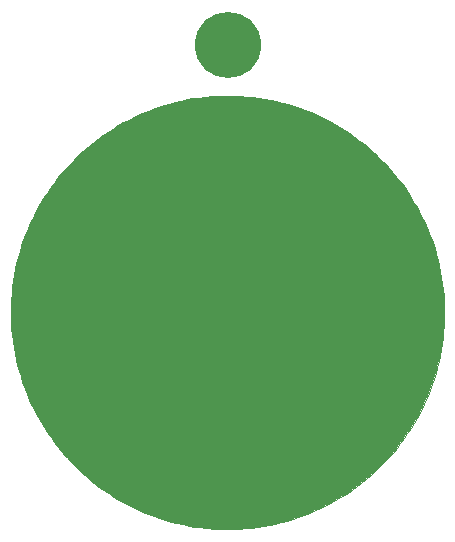
<source format=gtl>
G04 #@! TF.GenerationSoftware,KiCad,Pcbnew,(5.0.1)-3*
G04 #@! TF.CreationDate,2019-02-13T15:59:19-08:00*
G04 #@! TF.ProjectId,ruddock_crest,727564646F636B5F63726573742E6B69,A*
G04 #@! TF.SameCoordinates,Original*
G04 #@! TF.FileFunction,Copper,L1,Top,Signal*
G04 #@! TF.FilePolarity,Positive*
%FSLAX46Y46*%
G04 Gerber Fmt 4.6, Leading zero omitted, Abs format (unit mm)*
G04 Created by KiCad (PCBNEW (5.0.1)-3) date 2/13/2019 3:59:19 PM*
%MOMM*%
%LPD*%
G01*
G04 APERTURE LIST*
G04 #@! TA.AperFunction,EtchedComponent*
%ADD10C,0.010000*%
G04 #@! TD*
G04 #@! TA.AperFunction,ComponentPad*
%ADD11C,5.600000*%
G04 #@! TD*
G04 APERTURE END LIST*
D10*
G04 #@! TO.C,G\002A\002A\002A*
G36*
X141257869Y-89608653D02*
X141598456Y-89616693D01*
X141931238Y-89630748D01*
X142037536Y-89636642D01*
X142556336Y-89674495D01*
X143072502Y-89726771D01*
X143585773Y-89793364D01*
X144095887Y-89874163D01*
X144602583Y-89969061D01*
X145105602Y-90077951D01*
X145604680Y-90200722D01*
X146099559Y-90337268D01*
X146589975Y-90487480D01*
X147075670Y-90651250D01*
X147556380Y-90828469D01*
X148031847Y-91019029D01*
X148501807Y-91222822D01*
X148966001Y-91439740D01*
X149424168Y-91669674D01*
X149876046Y-91912516D01*
X150321375Y-92168159D01*
X150759892Y-92436492D01*
X151191339Y-92717409D01*
X151615453Y-93010801D01*
X152031973Y-93316560D01*
X152440638Y-93634577D01*
X152841188Y-93964745D01*
X153178452Y-94257862D01*
X153353032Y-94415937D01*
X153533152Y-94583992D01*
X153716398Y-94759615D01*
X153900358Y-94940394D01*
X154082620Y-95123915D01*
X154260771Y-95307767D01*
X154432399Y-95489536D01*
X154595090Y-95666810D01*
X154662138Y-95741547D01*
X155003691Y-96136097D01*
X155333246Y-96539130D01*
X155650696Y-96950467D01*
X155955936Y-97369932D01*
X156248857Y-97797348D01*
X156529353Y-98232536D01*
X156797317Y-98675321D01*
X157052642Y-99125525D01*
X157295222Y-99582969D01*
X157524949Y-100047478D01*
X157741718Y-100518874D01*
X157945420Y-100996980D01*
X158135949Y-101481618D01*
X158159629Y-101544782D01*
X158334087Y-102033742D01*
X158494449Y-102526891D01*
X158640670Y-103024005D01*
X158772701Y-103524861D01*
X158890497Y-104029235D01*
X158994008Y-104536903D01*
X159083190Y-105047640D01*
X159157993Y-105561223D01*
X159218372Y-106077429D01*
X159264279Y-106596032D01*
X159283357Y-106882463D01*
X159299376Y-107211776D01*
X159309381Y-107550281D01*
X159313371Y-107893728D01*
X159311346Y-108237869D01*
X159303306Y-108578456D01*
X159289251Y-108911238D01*
X159283357Y-109017536D01*
X159245504Y-109536336D01*
X159193228Y-110052502D01*
X159126636Y-110565773D01*
X159045836Y-111075887D01*
X158950938Y-111582583D01*
X158842049Y-112085602D01*
X158719277Y-112584680D01*
X158582731Y-113079559D01*
X158432519Y-113569975D01*
X158268749Y-114055670D01*
X158091530Y-114536380D01*
X157900970Y-115011847D01*
X157697177Y-115481807D01*
X157480259Y-115946001D01*
X157250325Y-116404168D01*
X157007483Y-116856046D01*
X156751841Y-117301375D01*
X156483507Y-117739892D01*
X156202590Y-118171339D01*
X155909198Y-118595453D01*
X155603439Y-119011973D01*
X155285422Y-119420638D01*
X154955254Y-119821188D01*
X154662138Y-120158452D01*
X154504062Y-120333032D01*
X154336007Y-120513152D01*
X154160384Y-120696398D01*
X153979605Y-120880358D01*
X153796084Y-121062620D01*
X153612232Y-121240771D01*
X153430463Y-121412399D01*
X153253189Y-121575090D01*
X153178452Y-121642138D01*
X152784467Y-121983183D01*
X152381954Y-122312284D01*
X151971147Y-122629318D01*
X151552275Y-122934160D01*
X151125572Y-123226688D01*
X150691268Y-123506780D01*
X150249596Y-123774312D01*
X149800786Y-124029161D01*
X149345070Y-124271204D01*
X148882680Y-124500318D01*
X148413848Y-124716380D01*
X147938805Y-124919268D01*
X147457783Y-125108858D01*
X146971014Y-125285027D01*
X146478728Y-125447652D01*
X145981159Y-125596610D01*
X145478536Y-125731779D01*
X145475739Y-125732489D01*
X144975732Y-125851871D01*
X144472761Y-125957024D01*
X143966576Y-126047984D01*
X143456931Y-126124786D01*
X142943579Y-126187465D01*
X142426271Y-126236059D01*
X141904759Y-126270601D01*
X141658034Y-126281996D01*
X141610369Y-126283612D01*
X141550731Y-126285179D01*
X141481147Y-126286678D01*
X141403639Y-126288086D01*
X141320234Y-126289384D01*
X141232955Y-126290551D01*
X141143826Y-126291565D01*
X141054873Y-126292407D01*
X140968120Y-126293055D01*
X140885591Y-126293489D01*
X140809312Y-126293687D01*
X140741305Y-126293630D01*
X140683597Y-126293296D01*
X140638211Y-126292665D01*
X140631333Y-126292515D01*
X140200582Y-126278007D01*
X139777286Y-126255017D01*
X139362788Y-126223641D01*
X138958426Y-126183973D01*
X138724492Y-126156637D01*
X138208529Y-126085255D01*
X137696091Y-125999632D01*
X137187427Y-125899882D01*
X136682787Y-125786119D01*
X136182421Y-125658454D01*
X135686579Y-125517001D01*
X135195509Y-125361874D01*
X134709461Y-125193185D01*
X134228685Y-125011048D01*
X133753431Y-124815575D01*
X133283948Y-124606880D01*
X132820485Y-124385076D01*
X132363293Y-124150275D01*
X131912620Y-123902591D01*
X131468716Y-123642137D01*
X131031831Y-123369026D01*
X130602215Y-123083371D01*
X130180116Y-122785285D01*
X129765785Y-122474881D01*
X129359470Y-122152273D01*
X128961423Y-121817573D01*
X128761547Y-121642138D01*
X128586967Y-121484062D01*
X128406848Y-121316007D01*
X128223601Y-121140384D01*
X128039641Y-120959605D01*
X127857379Y-120776084D01*
X127679228Y-120592232D01*
X127507600Y-120410463D01*
X127344909Y-120233189D01*
X127277862Y-120158452D01*
X126936309Y-119763902D01*
X126606753Y-119360869D01*
X126289303Y-118949532D01*
X125984063Y-118530067D01*
X125691142Y-118102652D01*
X125410646Y-117667463D01*
X125142682Y-117224678D01*
X124887357Y-116774475D01*
X124644777Y-116317030D01*
X124415050Y-115852521D01*
X124198282Y-115381125D01*
X123994579Y-114903019D01*
X123804050Y-114418381D01*
X123780370Y-114355217D01*
X123605912Y-113866257D01*
X123445550Y-113373108D01*
X123299329Y-112875994D01*
X123167298Y-112375138D01*
X123049503Y-111870764D01*
X122945991Y-111363097D01*
X122856810Y-110852359D01*
X122782006Y-110338776D01*
X122721627Y-109822571D01*
X122675720Y-109303967D01*
X122656642Y-109017536D01*
X122640623Y-108688223D01*
X122630618Y-108349718D01*
X122626628Y-108006271D01*
X122628653Y-107662130D01*
X122636693Y-107321544D01*
X122650748Y-106988761D01*
X122656642Y-106882463D01*
X122694495Y-106363663D01*
X122746771Y-105847497D01*
X122813364Y-105334227D01*
X122894163Y-104824112D01*
X122989061Y-104317416D01*
X123097951Y-103814398D01*
X123220722Y-103315319D01*
X123357268Y-102820441D01*
X123507480Y-102330024D01*
X123671250Y-101844330D01*
X123848469Y-101363619D01*
X124039029Y-100888153D01*
X124242822Y-100418192D01*
X124459740Y-99953998D01*
X124689674Y-99495831D01*
X124932516Y-99043953D01*
X125188159Y-98598625D01*
X125456492Y-98160107D01*
X125737409Y-97728660D01*
X126030801Y-97304547D01*
X126336560Y-96888027D01*
X126654577Y-96479361D01*
X126984745Y-96078811D01*
X127277862Y-95741547D01*
X127435937Y-95566967D01*
X127603992Y-95386848D01*
X127779615Y-95203601D01*
X127960394Y-95019641D01*
X128143915Y-94837379D01*
X128327767Y-94659228D01*
X128509536Y-94487600D01*
X128686810Y-94324909D01*
X128761547Y-94257862D01*
X129156097Y-93916309D01*
X129559130Y-93586753D01*
X129970467Y-93269303D01*
X130389932Y-92964063D01*
X130817348Y-92671142D01*
X131252536Y-92390646D01*
X131695321Y-92122682D01*
X132145525Y-91867357D01*
X132602969Y-91624777D01*
X133067478Y-91395050D01*
X133538874Y-91178282D01*
X134016980Y-90974579D01*
X134501618Y-90784050D01*
X134564782Y-90760370D01*
X135053742Y-90585912D01*
X135546891Y-90425550D01*
X136044005Y-90279329D01*
X136544861Y-90147298D01*
X137049235Y-90029503D01*
X137556903Y-89925991D01*
X138067640Y-89836810D01*
X138581223Y-89762006D01*
X139097429Y-89701627D01*
X139616032Y-89655720D01*
X139902463Y-89636642D01*
X140231776Y-89620623D01*
X140570281Y-89610618D01*
X140913728Y-89606628D01*
X141257869Y-89608653D01*
X141257869Y-89608653D01*
G37*
X141257869Y-89608653D02*
X141598456Y-89616693D01*
X141931238Y-89630748D01*
X142037536Y-89636642D01*
X142556336Y-89674495D01*
X143072502Y-89726771D01*
X143585773Y-89793364D01*
X144095887Y-89874163D01*
X144602583Y-89969061D01*
X145105602Y-90077951D01*
X145604680Y-90200722D01*
X146099559Y-90337268D01*
X146589975Y-90487480D01*
X147075670Y-90651250D01*
X147556380Y-90828469D01*
X148031847Y-91019029D01*
X148501807Y-91222822D01*
X148966001Y-91439740D01*
X149424168Y-91669674D01*
X149876046Y-91912516D01*
X150321375Y-92168159D01*
X150759892Y-92436492D01*
X151191339Y-92717409D01*
X151615453Y-93010801D01*
X152031973Y-93316560D01*
X152440638Y-93634577D01*
X152841188Y-93964745D01*
X153178452Y-94257862D01*
X153353032Y-94415937D01*
X153533152Y-94583992D01*
X153716398Y-94759615D01*
X153900358Y-94940394D01*
X154082620Y-95123915D01*
X154260771Y-95307767D01*
X154432399Y-95489536D01*
X154595090Y-95666810D01*
X154662138Y-95741547D01*
X155003691Y-96136097D01*
X155333246Y-96539130D01*
X155650696Y-96950467D01*
X155955936Y-97369932D01*
X156248857Y-97797348D01*
X156529353Y-98232536D01*
X156797317Y-98675321D01*
X157052642Y-99125525D01*
X157295222Y-99582969D01*
X157524949Y-100047478D01*
X157741718Y-100518874D01*
X157945420Y-100996980D01*
X158135949Y-101481618D01*
X158159629Y-101544782D01*
X158334087Y-102033742D01*
X158494449Y-102526891D01*
X158640670Y-103024005D01*
X158772701Y-103524861D01*
X158890497Y-104029235D01*
X158994008Y-104536903D01*
X159083190Y-105047640D01*
X159157993Y-105561223D01*
X159218372Y-106077429D01*
X159264279Y-106596032D01*
X159283357Y-106882463D01*
X159299376Y-107211776D01*
X159309381Y-107550281D01*
X159313371Y-107893728D01*
X159311346Y-108237869D01*
X159303306Y-108578456D01*
X159289251Y-108911238D01*
X159283357Y-109017536D01*
X159245504Y-109536336D01*
X159193228Y-110052502D01*
X159126636Y-110565773D01*
X159045836Y-111075887D01*
X158950938Y-111582583D01*
X158842049Y-112085602D01*
X158719277Y-112584680D01*
X158582731Y-113079559D01*
X158432519Y-113569975D01*
X158268749Y-114055670D01*
X158091530Y-114536380D01*
X157900970Y-115011847D01*
X157697177Y-115481807D01*
X157480259Y-115946001D01*
X157250325Y-116404168D01*
X157007483Y-116856046D01*
X156751841Y-117301375D01*
X156483507Y-117739892D01*
X156202590Y-118171339D01*
X155909198Y-118595453D01*
X155603439Y-119011973D01*
X155285422Y-119420638D01*
X154955254Y-119821188D01*
X154662138Y-120158452D01*
X154504062Y-120333032D01*
X154336007Y-120513152D01*
X154160384Y-120696398D01*
X153979605Y-120880358D01*
X153796084Y-121062620D01*
X153612232Y-121240771D01*
X153430463Y-121412399D01*
X153253189Y-121575090D01*
X153178452Y-121642138D01*
X152784467Y-121983183D01*
X152381954Y-122312284D01*
X151971147Y-122629318D01*
X151552275Y-122934160D01*
X151125572Y-123226688D01*
X150691268Y-123506780D01*
X150249596Y-123774312D01*
X149800786Y-124029161D01*
X149345070Y-124271204D01*
X148882680Y-124500318D01*
X148413848Y-124716380D01*
X147938805Y-124919268D01*
X147457783Y-125108858D01*
X146971014Y-125285027D01*
X146478728Y-125447652D01*
X145981159Y-125596610D01*
X145478536Y-125731779D01*
X145475739Y-125732489D01*
X144975732Y-125851871D01*
X144472761Y-125957024D01*
X143966576Y-126047984D01*
X143456931Y-126124786D01*
X142943579Y-126187465D01*
X142426271Y-126236059D01*
X141904759Y-126270601D01*
X141658034Y-126281996D01*
X141610369Y-126283612D01*
X141550731Y-126285179D01*
X141481147Y-126286678D01*
X141403639Y-126288086D01*
X141320234Y-126289384D01*
X141232955Y-126290551D01*
X141143826Y-126291565D01*
X141054873Y-126292407D01*
X140968120Y-126293055D01*
X140885591Y-126293489D01*
X140809312Y-126293687D01*
X140741305Y-126293630D01*
X140683597Y-126293296D01*
X140638211Y-126292665D01*
X140631333Y-126292515D01*
X140200582Y-126278007D01*
X139777286Y-126255017D01*
X139362788Y-126223641D01*
X138958426Y-126183973D01*
X138724492Y-126156637D01*
X138208529Y-126085255D01*
X137696091Y-125999632D01*
X137187427Y-125899882D01*
X136682787Y-125786119D01*
X136182421Y-125658454D01*
X135686579Y-125517001D01*
X135195509Y-125361874D01*
X134709461Y-125193185D01*
X134228685Y-125011048D01*
X133753431Y-124815575D01*
X133283948Y-124606880D01*
X132820485Y-124385076D01*
X132363293Y-124150275D01*
X131912620Y-123902591D01*
X131468716Y-123642137D01*
X131031831Y-123369026D01*
X130602215Y-123083371D01*
X130180116Y-122785285D01*
X129765785Y-122474881D01*
X129359470Y-122152273D01*
X128961423Y-121817573D01*
X128761547Y-121642138D01*
X128586967Y-121484062D01*
X128406848Y-121316007D01*
X128223601Y-121140384D01*
X128039641Y-120959605D01*
X127857379Y-120776084D01*
X127679228Y-120592232D01*
X127507600Y-120410463D01*
X127344909Y-120233189D01*
X127277862Y-120158452D01*
X126936309Y-119763902D01*
X126606753Y-119360869D01*
X126289303Y-118949532D01*
X125984063Y-118530067D01*
X125691142Y-118102652D01*
X125410646Y-117667463D01*
X125142682Y-117224678D01*
X124887357Y-116774475D01*
X124644777Y-116317030D01*
X124415050Y-115852521D01*
X124198282Y-115381125D01*
X123994579Y-114903019D01*
X123804050Y-114418381D01*
X123780370Y-114355217D01*
X123605912Y-113866257D01*
X123445550Y-113373108D01*
X123299329Y-112875994D01*
X123167298Y-112375138D01*
X123049503Y-111870764D01*
X122945991Y-111363097D01*
X122856810Y-110852359D01*
X122782006Y-110338776D01*
X122721627Y-109822571D01*
X122675720Y-109303967D01*
X122656642Y-109017536D01*
X122640623Y-108688223D01*
X122630618Y-108349718D01*
X122626628Y-108006271D01*
X122628653Y-107662130D01*
X122636693Y-107321544D01*
X122650748Y-106988761D01*
X122656642Y-106882463D01*
X122694495Y-106363663D01*
X122746771Y-105847497D01*
X122813364Y-105334227D01*
X122894163Y-104824112D01*
X122989061Y-104317416D01*
X123097951Y-103814398D01*
X123220722Y-103315319D01*
X123357268Y-102820441D01*
X123507480Y-102330024D01*
X123671250Y-101844330D01*
X123848469Y-101363619D01*
X124039029Y-100888153D01*
X124242822Y-100418192D01*
X124459740Y-99953998D01*
X124689674Y-99495831D01*
X124932516Y-99043953D01*
X125188159Y-98598625D01*
X125456492Y-98160107D01*
X125737409Y-97728660D01*
X126030801Y-97304547D01*
X126336560Y-96888027D01*
X126654577Y-96479361D01*
X126984745Y-96078811D01*
X127277862Y-95741547D01*
X127435937Y-95566967D01*
X127603992Y-95386848D01*
X127779615Y-95203601D01*
X127960394Y-95019641D01*
X128143915Y-94837379D01*
X128327767Y-94659228D01*
X128509536Y-94487600D01*
X128686810Y-94324909D01*
X128761547Y-94257862D01*
X129156097Y-93916309D01*
X129559130Y-93586753D01*
X129970467Y-93269303D01*
X130389932Y-92964063D01*
X130817348Y-92671142D01*
X131252536Y-92390646D01*
X131695321Y-92122682D01*
X132145525Y-91867357D01*
X132602969Y-91624777D01*
X133067478Y-91395050D01*
X133538874Y-91178282D01*
X134016980Y-90974579D01*
X134501618Y-90784050D01*
X134564782Y-90760370D01*
X135053742Y-90585912D01*
X135546891Y-90425550D01*
X136044005Y-90279329D01*
X136544861Y-90147298D01*
X137049235Y-90029503D01*
X137556903Y-89925991D01*
X138067640Y-89836810D01*
X138581223Y-89762006D01*
X139097429Y-89701627D01*
X139616032Y-89655720D01*
X139902463Y-89636642D01*
X140231776Y-89620623D01*
X140570281Y-89610618D01*
X140913728Y-89606628D01*
X141257869Y-89608653D01*
G04 #@! TD*
D11*
G04 #@! TO.P,REF\002A\002A,1*
G04 #@! TO.N,N/C*
X140970000Y-85344000D03*
G04 #@! TD*
M02*

</source>
